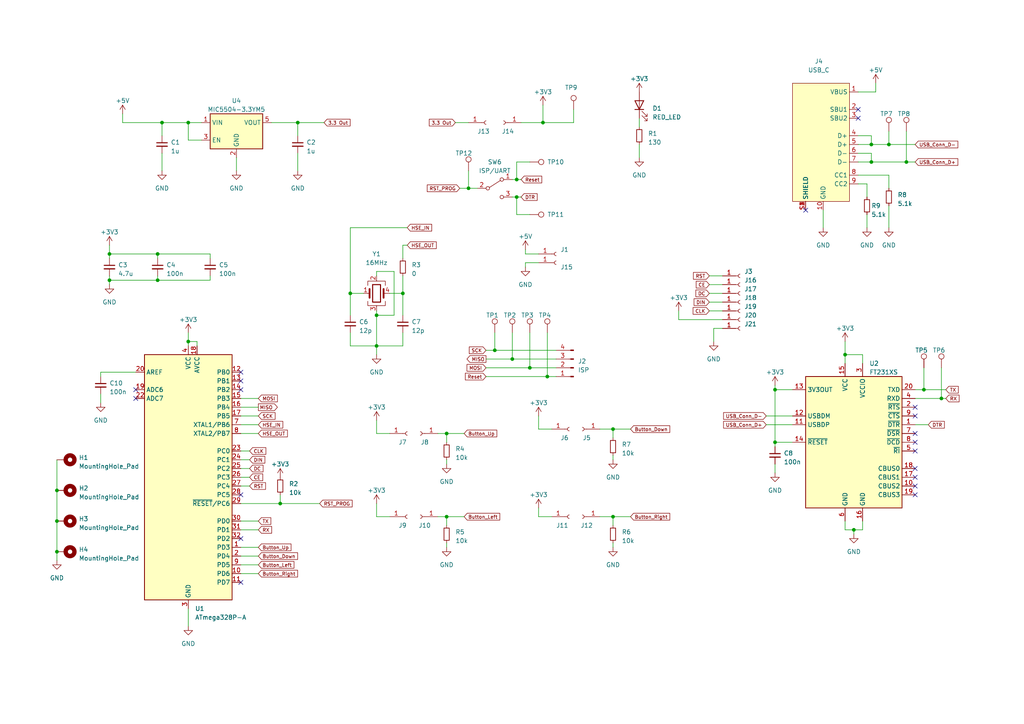
<source format=kicad_sch>
(kicad_sch (version 20230121) (generator eeschema)
  (paper "A4")
  (lib_symbols
    (symbol "Connector:Conn_01x01_Socket" (pin_names (offset 1.016) hide)
      (property "Reference" "J" (at 0 2.54 0))
      (property "Value" "Conn_01x01_Socket" (at 0 -2.54 0))
      (symbol "Conn_01x01_Socket_1_1"
        (pin passive line (at -5.08 0 0) (length 3.81) (name "Pin_1") (number "1"))
      )
    )
    (symbol "Connector:Conn_01x04_Pin" (pin_names (offset 1.016) hide)
      (property "Reference" "J" (at 0 5.08 0))
      (property "Value" "Conn_01x04_Pin" (at 0 -7.62 0))
      (symbol "Conn_01x04_Pin_1_1"
        (pin passive line (at 5.08 2.54 180) (length 3.81) (name "Pin_1") (number "1"))
        (pin passive line (at 5.08 0 180) (length 3.81) (name "Pin_2") (number "2"))
        (pin passive line (at 5.08 -2.54 180) (length 3.81) (name "Pin_3") (number "3"))
        (pin passive line (at 5.08 -5.08 180) (length 3.81) (name "Pin_4") (number "4"))
      )
    )
    (symbol "Connector:TestPoint" (pin_numbers hide) (pin_names (offset 0.762) hide)
      (property "Reference" "TP" (at 0 6.858 0))
      (property "Value" "TestPoint" (at 0 5.08 0))
      (symbol "TestPoint_1_1"
        (pin passive line (at 0 0 90) (length 2.54) (name "1") (number "1"))
      )
    )
    (symbol "Device:C_Small" (pin_numbers hide) (pin_names (offset 0.254) hide)
      (property "Reference" "C" (at 0.254 1.778 0))
      (property "Value" "C_Small" (at 0.254 -2.032 0))
      (symbol "C_Small_1_1"
        (pin passive line (at 0 2.54 270) (length 2.032) (name "~") (number "1"))
        (pin passive line (at 0 -2.54 90) (length 2.032) (name "~") (number "2"))
      )
    )
    (symbol "Device:Crystal_GND23" (pin_names (offset 1.016) hide)
      (property "Reference" "Y" (at 3.175 5.08 0))
      (property "Value" "Crystal_GND23" (at 3.175 3.175 0))
      (symbol "Crystal_GND23_1_1"
        (pin passive line (at -3.81 0 0) (length 1.27) (name "1") (number "1"))
        (pin passive line (at 0 5.08 270) (length 1.27) (name "2") (number "2"))
        (pin passive line (at 0 -5.08 90) (length 1.27) (name "3") (number "3"))
        (pin passive line (at 3.81 0 180) (length 1.27) (name "4") (number "4"))
      )
    )
    (symbol "Device:LED" (pin_numbers hide) (pin_names (offset 1.016) hide)
      (property "Reference" "D" (at 0 2.54 0))
      (property "Value" "LED" (at 0 -2.54 0))
      (symbol "LED_1_1"
        (pin passive line (at -3.81 0 0) (length 2.54) (name "K") (number "1"))
        (pin passive line (at 3.81 0 180) (length 2.54) (name "A") (number "2"))
      )
    )
    (symbol "Device:R_Small" (pin_numbers hide) (pin_names (offset 0.254) hide)
      (property "Reference" "R" (at 0.762 0.508 0))
      (property "Value" "R_Small" (at 0.762 -1.016 0))
      (symbol "R_Small_1_1"
        (pin passive line (at 0 2.54 270) (length 0.762) (name "~") (number "1"))
        (pin passive line (at 0 -2.54 90) (length 0.762) (name "~") (number "2"))
      )
    )
    (symbol "ECU-new-gen-rescue:216990-0003-CactuX_Connectors"
      (property "Reference" "J" (at -10.16 12.7 0))
      (property "Value" "CactuX_Connector_216990-0003" (at 22.86 12.7 0))
      (property "Description" "Molex USB Type C Receptacle" (at 21.59 -26.67 0))
      (property "Mouser" "https://cz.mouser.com/ProductDetail/Molex/216990-0003?qs=DRkmTr78QASn0GILUGAYCA%3D%3D" (at 2.54 24.13 0))
      (symbol "216990-0003-CactuX_Connectors_1_1"
        (pin passive line (at -13.97 7.62 0) (length 2.54) (name "VBUS") (number "1"))
        (pin passive line (at -3.81 -26.67 90) (length 2.54) (name "GND") (number "10"))
        (pin bidirectional line (at -13.97 2.54 0) (length 2.54) (name "SBU1") (number "2"))
        (pin bidirectional line (at -13.97 0 0) (length 2.54) (name "SBU2") (number "3"))
        (pin bidirectional line (at -13.97 -5.08 0) (length 2.54) (name "D+") (number "4"))
        (pin bidirectional line (at -13.97 -7.62 0) (length 2.54) (name "D+") (number "5"))
        (pin bidirectional line (at -13.97 -10.16 0) (length 2.54) (name "D-") (number "6"))
        (pin bidirectional line (at -13.97 -12.7 0) (length 2.54) (name "D-") (number "7"))
        (pin bidirectional line (at -13.97 -16.51 0) (length 2.54) (name "CC1") (number "8"))
        (pin bidirectional line (at -13.97 -19.05 0) (length 2.54) (name "CC2") (number "9"))
        (pin passive line (at 1.27 -26.67 90) (length 2.54) (name "SHIELD") (number "S1"))
        (pin passive line (at 1.27 -26.67 90) (length 2.54) (name "SHIELD") (number "S2"))
        (pin passive line (at 1.27 -26.67 90) (length 2.54) (name "SHIELD") (number "S3"))
        (pin passive line (at 1.27 -26.67 90) (length 2.54) (name "SHIELD") (number "S4"))
      )
    )
    (symbol "Interface_USB:FT231XS"
      (property "Reference" "U" (at -13.97 20.32 0))
      (property "Value" "FT231XS" (at 7.62 20.32 0))
      (symbol "FT231XS_1_1"
        (pin output line (at 17.78 5.08 180) (length 3.81) (name "~{DTR}") (number "1"))
        (pin bidirectional line (at 17.78 -12.7 180) (length 3.81) (name "CBUS2") (number "10"))
        (pin bidirectional line (at -17.78 5.08 0) (length 3.81) (name "USBDP") (number "11"))
        (pin bidirectional line (at -17.78 7.62 0) (length 3.81) (name "USBDM") (number "12"))
        (pin power_out line (at -17.78 15.24 0) (length 3.81) (name "3V3OUT") (number "13"))
        (pin input line (at -17.78 0 0) (length 3.81) (name "~{RESET}") (number "14"))
        (pin power_in line (at -2.54 22.86 270) (length 3.81) (name "VCC") (number "15"))
        (pin power_in line (at 2.54 -22.86 90) (length 3.81) (name "GND") (number "16"))
        (pin bidirectional line (at 17.78 -10.16 180) (length 3.81) (name "CBUS1") (number "17"))
        (pin bidirectional line (at 17.78 -7.62 180) (length 3.81) (name "CBUS0") (number "18"))
        (pin bidirectional line (at 17.78 -15.24 180) (length 3.81) (name "CBUS3") (number "19"))
        (pin output line (at 17.78 10.16 180) (length 3.81) (name "~{RTS}") (number "2"))
        (pin output line (at 17.78 15.24 180) (length 3.81) (name "TXD") (number "20"))
        (pin power_in line (at 2.54 22.86 270) (length 3.81) (name "VCCIO") (number "3"))
        (pin input line (at 17.78 12.7 180) (length 3.81) (name "RXD") (number "4"))
        (pin input line (at 17.78 -2.54 180) (length 3.81) (name "~{RI}") (number "5"))
        (pin power_in line (at -2.54 -22.86 90) (length 3.81) (name "GND") (number "6"))
        (pin input line (at 17.78 2.54 180) (length 3.81) (name "~{DSR}") (number "7"))
        (pin input line (at 17.78 0 180) (length 3.81) (name "~{DCD}") (number "8"))
        (pin input line (at 17.78 7.62 180) (length 3.81) (name "~{CTS}") (number "9"))
      )
    )
    (symbol "MCU_Microchip_ATmega:ATmega328P-A"
      (property "Reference" "U" (at -12.7 36.83 0))
      (property "Value" "ATmega328P-A" (at 2.54 -36.83 0))
      (symbol "ATmega328P-A_1_1"
        (pin bidirectional line (at 15.24 -20.32 180) (length 2.54) (name "PD3") (number "1"))
        (pin bidirectional line (at 15.24 -27.94 180) (length 2.54) (name "PD6") (number "10"))
        (pin bidirectional line (at 15.24 -30.48 180) (length 2.54) (name "PD7") (number "11"))
        (pin bidirectional line (at 15.24 30.48 180) (length 2.54) (name "PB0") (number "12"))
        (pin bidirectional line (at 15.24 27.94 180) (length 2.54) (name "PB1") (number "13"))
        (pin bidirectional line (at 15.24 25.4 180) (length 2.54) (name "PB2") (number "14"))
        (pin bidirectional line (at 15.24 22.86 180) (length 2.54) (name "PB3") (number "15"))
        (pin bidirectional line (at 15.24 20.32 180) (length 2.54) (name "PB4") (number "16"))
        (pin bidirectional line (at 15.24 17.78 180) (length 2.54) (name "PB5") (number "17"))
        (pin power_in line (at 2.54 38.1 270) (length 2.54) (name "AVCC") (number "18"))
        (pin input line (at -15.24 25.4 0) (length 2.54) (name "ADC6") (number "19"))
        (pin bidirectional line (at 15.24 -22.86 180) (length 2.54) (name "PD4") (number "2"))
        (pin passive line (at -15.24 30.48 0) (length 2.54) (name "AREF") (number "20"))
        (pin passive line (at 0 -38.1 90) (length 2.54) hide (name "GND") (number "21"))
        (pin input line (at -15.24 22.86 0) (length 2.54) (name "ADC7") (number "22"))
        (pin bidirectional line (at 15.24 7.62 180) (length 2.54) (name "PC0") (number "23"))
        (pin bidirectional line (at 15.24 5.08 180) (length 2.54) (name "PC1") (number "24"))
        (pin bidirectional line (at 15.24 2.54 180) (length 2.54) (name "PC2") (number "25"))
        (pin bidirectional line (at 15.24 0 180) (length 2.54) (name "PC3") (number "26"))
        (pin bidirectional line (at 15.24 -2.54 180) (length 2.54) (name "PC4") (number "27"))
        (pin bidirectional line (at 15.24 -5.08 180) (length 2.54) (name "PC5") (number "28"))
        (pin bidirectional line (at 15.24 -7.62 180) (length 2.54) (name "~{RESET}/PC6") (number "29"))
        (pin power_in line (at 0 -38.1 90) (length 2.54) (name "GND") (number "3"))
        (pin bidirectional line (at 15.24 -12.7 180) (length 2.54) (name "PD0") (number "30"))
        (pin bidirectional line (at 15.24 -15.24 180) (length 2.54) (name "PD1") (number "31"))
        (pin bidirectional line (at 15.24 -17.78 180) (length 2.54) (name "PD2") (number "32"))
        (pin power_in line (at 0 38.1 270) (length 2.54) (name "VCC") (number "4"))
        (pin passive line (at 0 -38.1 90) (length 2.54) hide (name "GND") (number "5"))
        (pin passive line (at 0 38.1 270) (length 2.54) hide (name "VCC") (number "6"))
        (pin bidirectional line (at 15.24 15.24 180) (length 2.54) (name "XTAL1/PB6") (number "7"))
        (pin bidirectional line (at 15.24 12.7 180) (length 2.54) (name "XTAL2/PB7") (number "8"))
        (pin bidirectional line (at 15.24 -25.4 180) (length 2.54) (name "PD5") (number "9"))
      )
    )
    (symbol "Mechanical:MountingHole_Pad" (pin_numbers hide) (pin_names (offset 1.016) hide)
      (property "Reference" "H" (at 0 6.35 0))
      (property "Value" "MountingHole_Pad" (at 0 4.445 0))
      (symbol "MountingHole_Pad_1_1"
        (pin input line (at 0 -2.54 90) (length 2.54) (name "1") (number "1"))
      )
    )
    (symbol "Regulator_Linear:MIC5504-3.3YM5"
      (property "Reference" "U" (at -7.62 8.89 0))
      (property "Value" "MIC5504-3.3YM5" (at -7.62 6.35 0))
      (symbol "MIC5504-3.3YM5_1_1"
        (pin power_in line (at -10.16 2.54 0) (length 2.54) (name "VIN") (number "1"))
        (pin power_in line (at 0 -7.62 90) (length 2.54) (name "GND") (number "2"))
        (pin input line (at -10.16 -2.54 0) (length 2.54) (name "EN") (number "3"))
        (pin no_connect line (at 7.62 -2.54 180) (length 2.54) hide (name "NC") (number "4"))
        (pin power_out line (at 10.16 2.54 180) (length 2.54) (name "VOUT") (number "5"))
      )
    )
    (symbol "Switch:SW_SPDT" (pin_names (offset 0) hide)
      (property "Reference" "SW" (at 0 4.318 0))
      (property "Value" "SW_SPDT" (at 0 -5.08 0))
      (symbol "SW_SPDT_1_1"
        (pin passive line (at 5.08 2.54 180) (length 2.54) (name "A") (number "1"))
        (pin passive line (at -5.08 0 0) (length 2.54) (name "B") (number "2"))
        (pin passive line (at 5.08 -2.54 180) (length 2.54) (name "C") (number "3"))
      )
    )
    (symbol "power:+3.3V" (power) (pin_names (offset 0))
      (property "Value" "+3.3V" (at 0 3.556 0))
      (symbol "+3.3V_1_1"
        (pin power_in line (at 0 0 90) (length 0) hide (name "+3V3") (number "1"))
      )
    )
    (symbol "power:+5V" (power) (pin_names (offset 0))
      (property "Value" "+5V" (at 0 3.556 0))
      (symbol "+5V_1_1"
        (pin power_in line (at 0 0 90) (length 0) hide (name "+5V") (number "1"))
      )
    )
    (symbol "power:GND" (power) (pin_names (offset 0))
      (property "Value" "GND" (at 0 -3.81 0))
      (symbol "GND_1_1"
        (pin power_in line (at 0 0 270) (length 0) hide (name "GND") (number "1"))
      )
    )
  )
  (junction (at 177.8 149.86))
  (junction (at 31.75 73.66))
  (junction (at 224.79 128.27))
  (junction (at 149.86 57.15))
  (junction (at 86.36 35.56))
  (junction (at 252.73 46.99))
  (junction (at 143.51 101.6))
  (junction (at 224.79 113.03))
  (junction (at 157.48 35.56))
  (junction (at 153.67 106.68))
  (junction (at 16.51 142.24))
  (junction (at 31.75 81.28))
  (junction (at 129.54 125.73))
  (junction (at 135.89 54.61))
  (junction (at 16.51 151.13))
  (junction (at 101.6 85.09))
  (junction (at 177.8 124.46))
  (junction (at 267.97 113.03))
  (junction (at 109.22 100.33))
  (junction (at 54.61 99.06))
  (junction (at 45.72 81.28))
  (junction (at 46.99 35.56))
  (junction (at 149.86 52.07))
  (junction (at 148.59 104.14))
  (junction (at 109.22 91.44))
  (junction (at 247.65 153.67))
  (junction (at 16.51 160.02))
  (junction (at 262.89 46.99))
  (junction (at 273.05 115.57))
  (junction (at 158.75 109.22))
  (junction (at 252.73 41.91))
  (junction (at 116.84 85.09))
  (junction (at 245.11 102.87))
  (junction (at 54.61 35.56))
  (junction (at 81.28 146.05))
  (junction (at 257.81 41.91))
  (junction (at 129.54 149.86))
  (junction (at 45.72 73.66))
  (no_connect (at 69.85 113.03))
  (no_connect (at 69.85 107.95))
  (no_connect (at 69.85 143.51))
  (no_connect (at 265.43 143.51))
  (no_connect (at 265.43 118.11))
  (no_connect (at 265.43 140.97))
  (no_connect (at 69.85 110.49))
  (no_connect (at 265.43 128.27))
  (no_connect (at 265.43 135.89))
  (no_connect (at 233.68 60.96))
  (no_connect (at 265.43 138.43))
  (no_connect (at 265.43 120.65))
  (no_connect (at 265.43 130.81))
  (no_connect (at 248.92 34.29))
  (no_connect (at 69.85 168.91))
  (no_connect (at 39.37 113.03))
  (no_connect (at 265.43 125.73))
  (no_connect (at 69.85 156.21))
  (no_connect (at 39.37 115.57))
  (no_connect (at 248.92 31.75))
  (wire (pts (xy 250.19 153.67) (xy 250.19 151.13)))
  (wire (pts (xy 16.51 160.02) (xy 16.51 162.56)))
  (wire (pts (xy 127 149.86) (xy 129.54 149.86)))
  (wire (pts (xy 78.74 35.56) (xy 86.36 35.56)))
  (wire (pts (xy 69.85 125.73) (xy 74.93 125.73)))
  (wire (pts (xy 248.92 46.99) (xy 252.73 46.99)))
  (wire (pts (xy 158.75 96.52) (xy 158.75 109.22)))
  (wire (pts (xy 109.22 146.05) (xy 109.22 149.86)))
  (wire (pts (xy 257.81 50.8) (xy 257.81 54.61)))
  (wire (pts (xy 129.54 125.73) (xy 134.62 125.73)))
  (wire (pts (xy 132.08 35.56) (xy 135.89 35.56)))
  (wire (pts (xy 129.54 125.73) (xy 129.54 128.27)))
  (wire (pts (xy 69.85 163.83) (xy 74.93 163.83)))
  (wire (pts (xy 205.74 80.01) (xy 209.55 80.01)))
  (wire (pts (xy 157.48 35.56) (xy 166.37 35.56)))
  (wire (pts (xy 69.85 120.65) (xy 74.93 120.65)))
  (wire (pts (xy 149.86 57.15) (xy 151.13 57.15)))
  (wire (pts (xy 252.73 41.91) (xy 257.81 41.91)))
  (wire (pts (xy 173.99 124.46) (xy 177.8 124.46)))
  (wire (pts (xy 152.4 73.66) (xy 156.21 73.66)))
  (wire (pts (xy 251.46 53.34) (xy 251.46 57.15)))
  (wire (pts (xy 54.61 99.06) (xy 57.15 99.06)))
  (wire (pts (xy 109.22 91.44) (xy 109.22 90.17)))
  (wire (pts (xy 148.59 52.07) (xy 149.86 52.07)))
  (wire (pts (xy 129.54 149.86) (xy 129.54 152.4)))
  (wire (pts (xy 177.8 149.86) (xy 177.8 152.4)))
  (wire (pts (xy 153.67 96.52) (xy 153.67 106.68)))
  (wire (pts (xy 177.8 149.86) (xy 182.88 149.86)))
  (wire (pts (xy 148.59 96.52) (xy 148.59 104.14)))
  (wire (pts (xy 16.51 142.24) (xy 16.51 151.13)))
  (wire (pts (xy 265.43 115.57) (xy 273.05 115.57)))
  (wire (pts (xy 133.35 54.61) (xy 135.89 54.61)))
  (wire (pts (xy 31.75 82.55) (xy 31.75 81.28)))
  (wire (pts (xy 224.79 111.76) (xy 224.79 113.03)))
  (wire (pts (xy 86.36 35.56) (xy 93.98 35.56)))
  (wire (pts (xy 129.54 149.86) (xy 134.62 149.86)))
  (wire (pts (xy 29.21 109.22) (xy 29.21 107.95)))
  (wire (pts (xy 273.05 106.68) (xy 273.05 115.57)))
  (wire (pts (xy 177.8 124.46) (xy 177.8 127)))
  (wire (pts (xy 31.75 80.01) (xy 31.75 81.28)))
  (wire (pts (xy 69.85 158.75) (xy 74.93 158.75)))
  (wire (pts (xy 205.74 90.17) (xy 209.55 90.17)))
  (wire (pts (xy 116.84 71.12) (xy 118.11 71.12)))
  (wire (pts (xy 109.22 149.86) (xy 113.03 149.86)))
  (wire (pts (xy 153.67 106.68) (xy 161.29 106.68)))
  (wire (pts (xy 46.99 44.45) (xy 46.99 49.53)))
  (wire (pts (xy 140.97 101.6) (xy 143.51 101.6)))
  (wire (pts (xy 101.6 66.04) (xy 118.11 66.04)))
  (wire (pts (xy 177.8 132.08) (xy 177.8 133.35)))
  (wire (pts (xy 54.61 96.52) (xy 54.61 99.06)))
  (wire (pts (xy 207.01 95.25) (xy 207.01 99.06)))
  (wire (pts (xy 251.46 62.23) (xy 251.46 66.04)))
  (wire (pts (xy 29.21 107.95) (xy 39.37 107.95)))
  (wire (pts (xy 224.79 134.62) (xy 224.79 137.16)))
  (wire (pts (xy 109.22 100.33) (xy 109.22 102.87)))
  (wire (pts (xy 273.05 115.57) (xy 274.32 115.57)))
  (wire (pts (xy 224.79 128.27) (xy 224.79 129.54)))
  (wire (pts (xy 247.65 153.67) (xy 247.65 154.94)))
  (wire (pts (xy 177.8 124.46) (xy 182.88 124.46)))
  (wire (pts (xy 185.42 41.91) (xy 185.42 45.72)))
  (wire (pts (xy 196.85 92.71) (xy 209.55 92.71)))
  (wire (pts (xy 69.85 118.11) (xy 74.93 118.11)))
  (wire (pts (xy 166.37 35.56) (xy 166.37 31.75)))
  (wire (pts (xy 81.28 146.05) (xy 92.71 146.05)))
  (wire (pts (xy 245.11 99.06) (xy 245.11 102.87)))
  (wire (pts (xy 114.3 91.44) (xy 109.22 91.44)))
  (wire (pts (xy 196.85 90.17) (xy 196.85 92.71)))
  (wire (pts (xy 109.22 78.74) (xy 114.3 78.74)))
  (wire (pts (xy 238.76 60.96) (xy 238.76 66.04)))
  (wire (pts (xy 156.21 120.65) (xy 156.21 124.46)))
  (wire (pts (xy 109.22 80.01) (xy 109.22 78.74)))
  (wire (pts (xy 205.74 82.55) (xy 209.55 82.55)))
  (wire (pts (xy 140.97 106.68) (xy 153.67 106.68)))
  (wire (pts (xy 29.21 114.3) (xy 29.21 116.84)))
  (wire (pts (xy 252.73 46.99) (xy 262.89 46.99)))
  (wire (pts (xy 116.84 96.52) (xy 116.84 100.33)))
  (wire (pts (xy 68.58 45.72) (xy 68.58 49.53)))
  (wire (pts (xy 69.85 151.13) (xy 74.93 151.13)))
  (wire (pts (xy 245.11 151.13) (xy 245.11 153.67)))
  (wire (pts (xy 114.3 78.74) (xy 114.3 91.44)))
  (wire (pts (xy 45.72 74.93) (xy 45.72 73.66)))
  (wire (pts (xy 148.59 57.15) (xy 149.86 57.15)))
  (wire (pts (xy 262.89 38.1) (xy 262.89 46.99)))
  (wire (pts (xy 69.85 166.37) (xy 74.93 166.37)))
  (wire (pts (xy 45.72 81.28) (xy 60.96 81.28)))
  (wire (pts (xy 177.8 157.48) (xy 177.8 158.75)))
  (wire (pts (xy 153.67 46.99) (xy 149.86 46.99)))
  (wire (pts (xy 135.89 54.61) (xy 138.43 54.61)))
  (wire (pts (xy 248.92 50.8) (xy 257.81 50.8)))
  (wire (pts (xy 140.97 109.22) (xy 158.75 109.22)))
  (wire (pts (xy 69.85 146.05) (xy 81.28 146.05)))
  (wire (pts (xy 45.72 73.66) (xy 60.96 73.66)))
  (wire (pts (xy 245.11 153.67) (xy 247.65 153.67)))
  (wire (pts (xy 222.25 123.19) (xy 229.87 123.19)))
  (wire (pts (xy 143.51 96.52) (xy 143.51 101.6)))
  (wire (pts (xy 81.28 143.51) (xy 81.28 146.05)))
  (wire (pts (xy 262.89 46.99) (xy 265.43 46.99)))
  (wire (pts (xy 69.85 123.19) (xy 74.93 123.19)))
  (wire (pts (xy 149.86 46.99) (xy 149.86 52.07)))
  (wire (pts (xy 60.96 73.66) (xy 60.96 74.93)))
  (wire (pts (xy 156.21 147.32) (xy 156.21 149.86)))
  (wire (pts (xy 224.79 128.27) (xy 229.87 128.27)))
  (wire (pts (xy 267.97 113.03) (xy 274.32 113.03)))
  (wire (pts (xy 152.4 76.2) (xy 152.4 77.47)))
  (wire (pts (xy 116.84 74.93) (xy 116.84 71.12)))
  (wire (pts (xy 173.99 149.86) (xy 177.8 149.86)))
  (wire (pts (xy 151.13 35.56) (xy 157.48 35.56)))
  (wire (pts (xy 109.22 121.92) (xy 109.22 125.73)))
  (wire (pts (xy 205.74 85.09) (xy 209.55 85.09)))
  (wire (pts (xy 113.03 85.09) (xy 116.84 85.09)))
  (wire (pts (xy 267.97 106.68) (xy 267.97 113.03)))
  (wire (pts (xy 69.85 140.97) (xy 72.39 140.97)))
  (wire (pts (xy 60.96 81.28) (xy 60.96 80.01)))
  (wire (pts (xy 69.85 135.89) (xy 72.39 135.89)))
  (wire (pts (xy 252.73 44.45) (xy 252.73 46.99)))
  (wire (pts (xy 245.11 102.87) (xy 245.11 105.41)))
  (wire (pts (xy 156.21 76.2) (xy 152.4 76.2)))
  (wire (pts (xy 158.75 109.22) (xy 161.29 109.22)))
  (wire (pts (xy 101.6 91.44) (xy 101.6 85.09)))
  (wire (pts (xy 248.92 53.34) (xy 251.46 53.34)))
  (wire (pts (xy 45.72 81.28) (xy 45.72 80.01)))
  (wire (pts (xy 69.85 115.57) (xy 74.93 115.57)))
  (wire (pts (xy 129.54 157.48) (xy 129.54 158.75)))
  (wire (pts (xy 153.67 62.23) (xy 149.86 62.23)))
  (wire (pts (xy 143.51 101.6) (xy 161.29 101.6)))
  (wire (pts (xy 109.22 125.73) (xy 113.03 125.73)))
  (wire (pts (xy 257.81 41.91) (xy 265.43 41.91)))
  (wire (pts (xy 254 24.13) (xy 254 26.67)))
  (wire (pts (xy 46.99 35.56) (xy 54.61 35.56)))
  (wire (pts (xy 109.22 100.33) (xy 101.6 100.33)))
  (wire (pts (xy 46.99 35.56) (xy 46.99 39.37)))
  (wire (pts (xy 35.56 33.02) (xy 35.56 35.56)))
  (wire (pts (xy 247.65 153.67) (xy 250.19 153.67)))
  (wire (pts (xy 185.42 34.29) (xy 185.42 36.83)))
  (wire (pts (xy 57.15 99.06) (xy 57.15 100.33)))
  (wire (pts (xy 86.36 44.45) (xy 86.36 49.53)))
  (wire (pts (xy 109.22 91.44) (xy 109.22 100.33)))
  (wire (pts (xy 69.85 133.35) (xy 72.39 133.35)))
  (wire (pts (xy 252.73 39.37) (xy 252.73 41.91)))
  (wire (pts (xy 116.84 85.09) (xy 116.84 91.44)))
  (wire (pts (xy 69.85 153.67) (xy 74.93 153.67)))
  (wire (pts (xy 222.25 120.65) (xy 229.87 120.65)))
  (wire (pts (xy 224.79 113.03) (xy 224.79 128.27)))
  (wire (pts (xy 54.61 176.53) (xy 54.61 181.61)))
  (wire (pts (xy 265.43 123.19) (xy 269.24 123.19)))
  (wire (pts (xy 156.21 149.86) (xy 160.02 149.86)))
  (wire (pts (xy 16.51 151.13) (xy 16.51 160.02)))
  (wire (pts (xy 149.86 52.07) (xy 151.13 52.07)))
  (wire (pts (xy 248.92 41.91) (xy 252.73 41.91)))
  (wire (pts (xy 135.89 49.53) (xy 135.89 54.61)))
  (wire (pts (xy 69.85 161.29) (xy 74.93 161.29)))
  (wire (pts (xy 31.75 81.28) (xy 45.72 81.28)))
  (wire (pts (xy 54.61 40.64) (xy 54.61 35.56)))
  (wire (pts (xy 35.56 35.56) (xy 46.99 35.56)))
  (wire (pts (xy 156.21 124.46) (xy 160.02 124.46)))
  (wire (pts (xy 16.51 133.35) (xy 16.51 142.24)))
  (wire (pts (xy 101.6 85.09) (xy 105.41 85.09)))
  (wire (pts (xy 248.92 26.67) (xy 254 26.67)))
  (wire (pts (xy 265.43 113.03) (xy 267.97 113.03)))
  (wire (pts (xy 69.85 130.81) (xy 72.39 130.81)))
  (wire (pts (xy 157.48 30.48) (xy 157.48 35.56)))
  (wire (pts (xy 209.55 95.25) (xy 207.01 95.25)))
  (wire (pts (xy 116.84 80.01) (xy 116.84 85.09)))
  (wire (pts (xy 54.61 99.06) (xy 54.61 100.33)))
  (wire (pts (xy 31.75 73.66) (xy 45.72 73.66)))
  (wire (pts (xy 257.81 38.1) (xy 257.81 41.91)))
  (wire (pts (xy 250.19 102.87) (xy 250.19 105.41)))
  (wire (pts (xy 31.75 74.93) (xy 31.75 73.66)))
  (wire (pts (xy 248.92 44.45) (xy 252.73 44.45)))
  (wire (pts (xy 129.54 133.35) (xy 129.54 134.62)))
  (wire (pts (xy 86.36 35.56) (xy 86.36 39.37)))
  (wire (pts (xy 152.4 72.39) (xy 152.4 73.66)))
  (wire (pts (xy 257.81 59.69) (xy 257.81 66.04)))
  (wire (pts (xy 31.75 71.12) (xy 31.75 73.66)))
  (wire (pts (xy 140.97 104.14) (xy 148.59 104.14)))
  (wire (pts (xy 54.61 35.56) (xy 58.42 35.56)))
  (wire (pts (xy 148.59 104.14) (xy 161.29 104.14)))
  (wire (pts (xy 127 125.73) (xy 129.54 125.73)))
  (wire (pts (xy 58.42 40.64) (xy 54.61 40.64)))
  (wire (pts (xy 101.6 85.09) (xy 101.6 66.04)))
  (wire (pts (xy 101.6 100.33) (xy 101.6 96.52)))
  (wire (pts (xy 149.86 62.23) (xy 149.86 57.15)))
  (wire (pts (xy 116.84 100.33) (xy 109.22 100.33)))
  (wire (pts (xy 248.92 39.37) (xy 252.73 39.37)))
  (wire (pts (xy 205.74 87.63) (xy 209.55 87.63)))
  (wire (pts (xy 224.79 113.03) (xy 229.87 113.03)))
  (wire (pts (xy 245.11 102.87) (xy 250.19 102.87)))
  (wire (pts (xy 69.85 138.43) (xy 72.39 138.43)))
  (global_label "USB_Conn_D-" (shape input) (at 265.43 41.91 0) (effects (font (size 1 1))) (property "Intersheetrefs" "${INTERSHEET_REFS}" (effects hide)))
  (global_label "MISO" (shape output) (at 140.97 104.14 180) (effects (font (size 1 1))) (property "Intersheetrefs" "${INTERSHEET_REFS}" (effects hide)))
  (global_label "HSE_OUT" (shape input) (at 118.11 71.12 0) (effects (font (size 1 1))) (property "Intersheetrefs" "${INTERSHEET_REFS}" (effects hide)))
  (global_label "DC" (shape input) (at 205.74 85.09 180) (effects (font (size 1 1))) (property "Intersheetrefs" "${INTERSHEET_REFS}" (effects hide)))
  (global_label "Button_Down" (shape input) (at 74.93 161.29 0) (effects (font (size 1 1))) (property "Intersheetrefs" "${INTERSHEET_REFS}" (effects hide)))
  (global_label "RX" (shape input) (at 74.93 153.67 0) (effects (font (size 1 1))) (property "Intersheetrefs" "${INTERSHEET_REFS}" (effects hide)))
  (global_label "DTR" (shape input) (at 151.13 57.15 0) (effects (font (size 1 1))) (property "Intersheetrefs" "${INTERSHEET_REFS}" (effects hide)))
  (global_label "DIN" (shape input) (at 205.74 87.63 180) (effects (font (size 1 1))) (property "Intersheetrefs" "${INTERSHEET_REFS}" (effects hide)))
  (global_label "MOSI" (shape input) (at 74.93 115.57 0) (effects (font (size 1 1))) (property "Intersheetrefs" "${INTERSHEET_REFS}" (effects hide)))
  (global_label "DC" (shape input) (at 72.39 135.89 0) (effects (font (size 1 1))) (property "Intersheetrefs" "${INTERSHEET_REFS}" (effects hide)))
  (global_label "USB_Conn_D-" (shape input) (at 222.25 120.65 180) (effects (font (size 1 1))) (property "Intersheetrefs" "${INTERSHEET_REFS}" (effects hide)))
  (global_label "CE" (shape input) (at 205.74 82.55 180) (effects (font (size 1 1))) (property "Intersheetrefs" "${INTERSHEET_REFS}" (effects hide)))
  (global_label "HSE_IN" (shape input) (at 118.11 66.04 0) (effects (font (size 1 1))) (property "Intersheetrefs" "${INTERSHEET_REFS}" (effects hide)))
  (global_label "DTR" (shape input) (at 269.24 123.19 0) (effects (font (size 1 1))) (property "Intersheetrefs" "${INTERSHEET_REFS}" (effects hide)))
  (global_label "3.3 Out" (shape input) (at 93.98 35.56 0) (effects (font (size 1 1))) (property "Intersheetrefs" "${INTERSHEET_REFS}" (effects hide)))
  (global_label "MOSI" (shape input) (at 140.97 106.68 180) (effects (font (size 1 1))) (property "Intersheetrefs" "${INTERSHEET_REFS}" (effects hide)))
  (global_label "Button_Left" (shape input) (at 74.93 163.83 0) (effects (font (size 1 1))) (property "Intersheetrefs" "${INTERSHEET_REFS}" (effects hide)))
  (global_label "Button_Down" (shape input) (at 182.88 124.46 0) (effects (font (size 1 1))) (property "Intersheetrefs" "${INTERSHEET_REFS}" (effects hide)))
  (global_label "Button_Left" (shape input) (at 134.62 149.86 0) (effects (font (size 1 1))) (property "Intersheetrefs" "${INTERSHEET_REFS}" (effects hide)))
  (global_label "RST" (shape input) (at 72.39 140.97 0) (effects (font (size 1 1))) (property "Intersheetrefs" "${INTERSHEET_REFS}" (effects hide)))
  (global_label "CE" (shape input) (at 72.39 138.43 0) (effects (font (size 1 1))) (property "Intersheetrefs" "${INTERSHEET_REFS}" (effects hide)))
  (global_label "RST" (shape input) (at 205.74 80.01 180) (effects (font (size 1 1))) (property "Intersheetrefs" "${INTERSHEET_REFS}" (effects hide)))
  (global_label "Reset" (shape input) (at 140.97 109.22 180) (effects (font (size 1 1))) (property "Intersheetrefs" "${INTERSHEET_REFS}" (effects hide)))
  (global_label "Button_Right" (shape input) (at 182.88 149.86 0) (effects (font (size 1 1))) (property "Intersheetrefs" "${INTERSHEET_REFS}" (effects hide)))
  (global_label "3.3 Out" (shape input) (at 132.08 35.56 180) (effects (font (size 1 1))) (property "Intersheetrefs" "${INTERSHEET_REFS}" (effects hide)))
  (global_label "SCK" (shape input) (at 74.93 120.65 0) (effects (font (size 1 1))) (property "Intersheetrefs" "${INTERSHEET_REFS}" (effects hide)))
  (global_label "USB_Conn_D+" (shape input) (at 222.25 123.19 180) (effects (font (size 1 1))) (property "Intersheetrefs" "${INTERSHEET_REFS}" (effects hide)))
  (global_label "RX" (shape input) (at 274.32 115.57 0) (effects (font (size 1 1))) (property "Intersheetrefs" "${INTERSHEET_REFS}" (effects hide)))
  (global_label "TX" (shape input) (at 274.32 113.03 0) (effects (font (size 1 1))) (property "Intersheetrefs" "${INTERSHEET_REFS}" (effects hide)))
  (global_label "Button_Up" (shape input) (at 134.62 125.73 0) (effects (font (size 1 1))) (property "Intersheetrefs" "${INTERSHEET_REFS}" (effects hide)))
  (global_label "CLK" (shape input) (at 205.74 90.17 180) (effects (font (size 1 1))) (property "Intersheetrefs" "${INTERSHEET_REFS}" (effects hide)))
  (global_label "HSE_IN" (shape input) (at 74.93 123.19 0) (effects (font (size 1 1))) (property "Intersheetrefs" "${INTERSHEET_REFS}" (effects hide)))
  (global_label "USB_Conn_D+" (shape input) (at 265.43 46.99 0) (effects (font (size 1 1))) (property "Intersheetrefs" "${INTERSHEET_REFS}" (effects hide)))
  (global_label "Reset" (shape input) (at 151.13 52.07 0) (effects (font (size 1 1))) (property "Intersheetrefs" "${INTERSHEET_REFS}" (effects hide)))
  (global_label "DIN" (shape input) (at 72.39 133.35 0) (effects (font (size 1 1))) (property "Intersheetrefs" "${INTERSHEET_REFS}" (effects hide)))
  (global_label "RST_PROG" (shape input) (at 92.71 146.05 0) (effects (font (size 1 1))) (property "Intersheetrefs" "${INTERSHEET_REFS}" (effects hide)))
  (global_label "HSE_OUT" (shape input) (at 74.93 125.73 0) (effects (font (size 1 1))) (property "Intersheetrefs" "${INTERSHEET_REFS}" (effects hide)))
  (global_label "Button_Up" (shape input) (at 74.93 158.75 0) (effects (font (size 1 1))) (property "Intersheetrefs" "${INTERSHEET_REFS}" (effects hide)))
  (global_label "SCK" (shape input) (at 140.97 101.6 180) (effects (font (size 1 1))) (property "Intersheetrefs" "${INTERSHEET_REFS}" (effects hide)))
  (global_label "TX" (shape input) (at 74.93 151.13 0) (effects (font (size 1 1))) (property "Intersheetrefs" "${INTERSHEET_REFS}" (effects hide)))
  (global_label "MISO" (shape output) (at 74.93 118.11 0) (effects (font (size 1 1))) (property "Intersheetrefs" "${INTERSHEET_REFS}" (effects hide)))
  (global_label "RST_PROG" (shape input) (at 133.35 54.61 180) (effects (font (size 1 1))) (property "Intersheetrefs" "${INTERSHEET_REFS}" (effects hide)))
  (global_label "Button_Right" (shape input) (at 74.93 166.37 0) (effects (font (size 1 1))) (property "Intersheetrefs" "${INTERSHEET_REFS}" (effects hide)))
  (global_label "CLK" (shape input) (at 72.39 130.81 0) (effects (font (size 1 1))) (property "Intersheetrefs" "${INTERSHEET_REFS}" (effects hide)))
  (symbol (lib_id "power:GND") (at 54.61 181.61 0) (unit 1)
    (property "Reference" "#PWR011" (effects hide))
    (property "Value" "GND" (at 54.61 186.69 0))
  )
  (symbol (lib_id "Connector:Conn_01x01_Socket") (at 214.63 87.63 0) (unit 1)
    (property "Reference" "J18" (at 215.9 86.36 0) (effects (justify left)))
    (property "Value" "DIN" (effects hide))
    (property "Footprint" "TestPoint:TestPoint_Pad_D2.0mm" (effects hide))
  )
  (symbol (lib_id "Regulator_Linear:MIC5504-3.3YM5") (at 68.58 38.1 0) (unit 1)
    (property "Reference" "U4" (at 68.58 29.21 0))
    (property "Value" "MIC5504-3.3YM5" (at 68.58 31.75 0))
    (property "Footprint" "Package_TO_SOT_SMD:SOT-23-5" (effects hide))
    (property "Datasheet" "http://ww1.microchip.com/downloads/en/DeviceDoc/MIC550X.pdf" (effects hide))
    (property "Mouser" "https://cz.mouser.com/ProductDetail/Microchip-Technology/MIC5504-3.3YM5-TR?qs=U6T8BxXiZAUmVQ5Zs217qQ%3D%3D" (effects hide))
  )
  (symbol (lib_id "power:GND") (at 257.81 66.04 0) (unit 1)
    (property "Reference" "#PWR032" (effects hide))
    (property "Value" "GND" (at 257.81 71.12 0))
  )
  (symbol (lib_id "Connector:Conn_01x01_Socket") (at 121.92 149.86 180) (unit 1)
    (property "Reference" "J10" (at 123.19 152.4 0))
    (property "Value" "L" (effects hide))
    (property "Footprint" "TestPoint:TestPoint_Pad_D2.0mm" (effects hide))
  )
  (symbol (lib_id "power:+3.3V") (at 109.22 121.92 0) (unit 1)
    (property "Reference" "#PWR017" (effects hide))
    (property "Value" "+3.3V" (at 109.22 118.11 0))
  )
  (symbol (lib_id "Device:C_Small") (at 101.6 93.98 0) (unit 1)
    (property "Reference" "C6" (at 104.14 93.3513 0) (effects (justify left)))
    (property "Value" "12p" (at 104.14 95.8913 0) (effects (justify left)))
    (property "Footprint" "Passives:C_0603_1608Metric" (effects hide))
    (property "Mouser" "https://cz.mouser.com/ProductDetail/KEMET/CBR06C120J5GACAUTO?qs=By6Nw2ByBD3%2FGDhEyd0ibQ%3D%3D" (effects hide))
  )
  (symbol (lib_id "Connector:Conn_01x01_Socket") (at 165.1 149.86 0) (unit 1)
    (property "Reference" "J11" (at 161.29 152.4 0) (effects (justify left)))
    (property "Value" "3V3" (effects hide))
    (property "Footprint" "TestPoint:TestPoint_Pad_D2.0mm" (effects hide))
  )
  (symbol (lib_id "Device:C_Small") (at 224.79 132.08 0) (unit 1)
    (property "Reference" "C8" (at 227.33 131.4513 0) (effects (justify left)))
    (property "Value" "100n" (at 227.33 133.9913 0) (effects (justify left)))
    (property "Footprint" "Passives:C_0603_1608Metric" (effects hide))
    (property "Mouser" "https://cz.mouser.com/ProductDetail/KEMET/C0603C104K5RAC3121?qs=oBCMsStVSxe1EkGyoyETtg%3D%3D" (effects hide))
  )
  (symbol (lib_id "Device:C_Small") (at 31.75 77.47 0) (unit 1)
    (property "Reference" "C3" (at 34.29 76.8413 0) (effects (justify left)))
    (property "Value" "4.7u" (at 34.29 79.3813 0) (effects (justify left)))
    (property "Footprint" "Passives:C_0603_1608Metric" (effects hide))
    (property "Mouser" "https://cz.mouser.com/ProductDetail/TDK/C1608X7S1A475K080AC?qs=sGAEpiMZZMsh%252B1woXyUXjxCfljjoHuZvXVuOIZN6H%252B0%3D" (effects hide))
  )
  (symbol (lib_id "power:+5V") (at 35.56 33.02 0) (unit 1)
    (property "Reference" "#PWR01" (effects hide))
    (property "Value" "+5V" (at 35.56 29.21 0))
  )
  (symbol (lib_id "power:+3.3V") (at 245.11 99.06 0) (unit 1)
    (property "Reference" "#PWR027" (effects hide))
    (property "Value" "+3.3V" (at 245.11 95.25 0))
  )
  (symbol (lib_id "power:GND") (at 46.99 49.53 0) (unit 1)
    (property "Reference" "#PWR03" (effects hide))
    (property "Value" "GND" (at 46.99 54.61 0))
  )
  (symbol (lib_id "Connector:TestPoint") (at 257.81 38.1 0) (unit 1)
    (property "Reference" "TP7" (at 255.27 33.02 0) (effects (justify left)))
    (property "Value" "TestPoint" (effects hide))
    (property "Footprint" "TestPoints:TestPoint_Pad_D2.0mm" (effects hide))
  )
  (symbol (lib_id "Device:R_Small") (at 177.8 129.54 0) (unit 1)
    (property "Reference" "R7" (at 180.34 128.905 0) (effects (justify left)))
    (property "Value" "10k" (at 180.34 131.445 0) (effects (justify left)))
    (property "Footprint" "Passives:R_0603_1608Metric" (effects hide))
    (property "Mouser" "https://cz.mouser.com/ProductDetail/Panasonic/ERJ-H3EF1202V?qs=sGAEpiMZZMtlubZbdhIBIGXWvNSLmQjewG78hCCsRtw%3D" (effects hide))
  )
  (symbol (lib_id "Device:R_Small") (at 251.46 59.69 0) (unit 1)
    (property "Reference" "R9" (at 252.73 59.69 0) (effects (justify left)))
    (property "Value" "5.1k" (at 252.73 62.23 0) (effects (justify left)))
    (property "Footprint" "Passives:R_0603_1608Metric" (effects hide))
    (property "Mouser" "https://cz.mouser.com/ProductDetail/Panasonic/ERJ-UP3J512V?qs=sGAEpiMZZMtlubZbdhIBINZyO39%252BOXIfV3FRTeBOQ5s%3D" (effects hide))
  )
  (symbol (lib_id "power:+3.3V") (at 185.42 26.67 0) (unit 1)
    (property "Reference" "#PWR06" (effects hide))
    (property "Value" "+3.3V" (at 185.42 22.86 0))
  )
  (symbol (lib_id "Device:R_Small") (at 129.54 154.94 0) (unit 1)
    (property "Reference" "R5" (at 132.08 154.305 0) (effects (justify left)))
    (property "Value" "10k" (at 132.08 156.845 0) (effects (justify left)))
    (property "Footprint" "Passives:R_0603_1608Metric" (effects hide))
    (property "Mouser" "https://cz.mouser.com/ProductDetail/Panasonic/ERJ-H3EF1202V?qs=sGAEpiMZZMtlubZbdhIBIGXWvNSLmQjewG78hCCsRtw%3D" (effects hide))
  )
  (symbol (lib_id "Device:C_Small") (at 60.96 77.47 0) (unit 1)
    (property "Reference" "C5" (at 63.5 76.8413 0) (effects (justify left)))
    (property "Value" "100n" (at 63.5 79.3813 0) (effects (justify left)))
    (property "Footprint" "Passives:C_0603_1608Metric" (effects hide))
    (property "Mouser" "https://cz.mouser.com/ProductDetail/KEMET/C0603C104K5RAC3121?qs=oBCMsStVSxe1EkGyoyETtg%3D%3D" (effects hide))
  )
  (symbol (lib_id "Connector:Conn_01x01_Socket") (at 118.11 125.73 0) (unit 1)
    (property "Reference" "J7" (at 115.57 128.27 0) (effects (justify left)))
    (property "Value" "3V3" (effects hide))
    (property "Footprint" "TestPoint:TestPoint_Pad_D2.0mm" (effects hide))
  )
  (symbol (lib_id "power:GND") (at 16.51 162.56 0) (unit 1)
    (property "Reference" "#PWR030" (effects hide))
    (property "Value" "GND" (at 16.51 167.64 0))
  )
  (symbol (lib_id "Device:C_Small") (at 86.36 41.91 0) (unit 1)
    (property "Reference" "C2" (at 88.9 41.2813 0) (effects (justify left)))
    (property "Value" "1u" (at 88.9 43.8213 0) (effects (justify left)))
    (property "Footprint" "Passives:C_0603_1608Metric" (effects hide))
    (property "Mouser" "https://cz.mouser.com/ProductDetail/TDK/CGA3E1X7R1C105K080AC?qs=sGAEpiMZZMsh%252B1woXyUXj37KuThiJmV59T1luU59XfI%3D" (effects hide))
  )
  (symbol (lib_id "power:GND") (at 185.42 45.72 0) (unit 1)
    (property "Reference" "#PWR07" (effects hide))
    (property "Value" "GND" (at 185.42 50.8 0))
  )
  (symbol (lib_id "Device:R_Small") (at 185.42 39.37 0) (unit 1)
    (property "Reference" "R1" (at 187.96 38.735 0) (effects (justify left)))
    (property "Value" "130" (at 187.96 41.275 0) (effects (justify left)))
    (property "Footprint" "Passives:R_0603_1608Metric" (effects hide))
    (property "Mouser" "https://cz.mouser.com/ProductDetail/ROHM-Semiconductor/SDR03EZPD1300?qs=sGAEpiMZZMtlubZbdhIBIK8AeiPKd8jIjLaAH6lMPh4%3D" (effects hide))
  )
  (symbol (lib_id "Connector:TestPoint") (at 273.05 106.68 0) (unit 1)
    (property "Reference" "TP6" (at 270.51 101.6 0) (effects (justify left)))
    (property "Value" "TestPoint" (effects hide))
    (property "Footprint" "TestPoints:TestPoint_Pad_D2.0mm" (effects hide))
  )
  (symbol (lib_id "Device:C_Small") (at 116.84 93.98 0) (unit 1)
    (property "Reference" "C7" (at 119.38 93.3513 0) (effects (justify left)))
    (property "Value" "12p" (at 119.38 95.8913 0) (effects (justify left)))
    (property "Footprint" "Passives:C_0603_1608Metric" (effects hide))
    (property "Mouser" "https://cz.mouser.com/ProductDetail/KEMET/CBR06C120J5GACAUTO?qs=By6Nw2ByBD3%2FGDhEyd0ibQ%3D%3D" (effects hide))
  )
  (symbol (lib_id "Connector:Conn_01x01_Socket") (at 140.97 35.56 0) (unit 1)
    (property "Reference" "J13" (at 138.43 38.1 0) (effects (justify left)))
    (property "Value" "3V3_O" (effects hide))
    (property "Footprint" "TestPoint:TestPoint_Pad_D2.0mm" (effects hide))
  )
  (symbol (lib_id "power:+3.3V") (at 156.21 147.32 0) (unit 1)
    (property "Reference" "#PWR020" (effects hide))
    (property "Value" "+3.3V" (at 156.21 143.51 0))
  )
  (symbol (lib_id "Connector:Conn_01x01_Socket") (at 168.91 124.46 180) (unit 1)
    (property "Reference" "J5" (at 170.18 127 0))
    (property "Value" "D" (effects hide))
    (property "Footprint" "TestPoint:TestPoint_Pad_D2.0mm" (effects hide))
  )
  (symbol (lib_id "Connector:TestPoint") (at 135.89 49.53 0) (unit 1)
    (property "Reference" "TP12" (at 132.08 44.45 0) (effects (justify left)))
    (property "Value" "TestPoint" (effects hide))
    (property "Footprint" "TestPoints:TestPoint_Pad_D2.0mm" (effects hide))
  )
  (symbol (lib_id "Device:R_Small") (at 81.28 140.97 0) (unit 1)
    (property "Reference" "R2" (at 83.82 140.335 0) (effects (justify left)))
    (property "Value" "10k" (at 83.82 142.875 0) (effects (justify left)))
    (property "Footprint" "Passives:R_0603_1608Metric" (effects hide))
    (property "Mouser" "https://cz.mouser.com/ProductDetail/Panasonic/ERJ-H3EF1202V?qs=sGAEpiMZZMtlubZbdhIBIGXWvNSLmQjewG78hCCsRtw%3D" (effects hide))
  )
  (symbol (lib_id "Connector:Conn_01x01_Socket") (at 214.63 90.17 0) (unit 1)
    (property "Reference" "J19" (at 215.9 88.9 0) (effects (justify left)))
    (property "Value" "CLK" (effects hide))
    (property "Footprint" "TestPoint:TestPoint_Pad_D2.0mm" (effects hide))
  )
  (symbol (lib_id "power:GND") (at 129.54 134.62 0) (unit 1)
    (property "Reference" "#PWR021" (effects hide))
    (property "Value" "GND" (at 129.54 139.7 0))
  )
  (symbol (lib_id "Connector:Conn_01x01_Socket") (at 146.05 35.56 180) (unit 1)
    (property "Reference" "J14" (at 147.32 38.1 0))
    (property "Value" "3V3" (effects hide))
    (property "Footprint" "TestPoint:TestPoint_Pad_D2.0mm" (effects hide))
  )
  (symbol (lib_id "Device:R_Small") (at 116.84 77.47 0) (unit 1)
    (property "Reference" "R3" (at 119.38 76.835 0) (effects (justify left)))
    (property "Value" "0" (at 119.38 79.375 0) (effects (justify left)))
    (property "Footprint" "Passives:R_0603_1608Metric" (effects hide))
    (property "Mouser" "https://cz.mouser.com/ProductDetail/Panasonic/ERJ-3GEY0R00V?qs=sGAEpiMZZMtlubZbdhIBINgtzHusu9q%252BP7kcANZAd7E%3D" (effects hide))
  )
  (symbol (lib_id "Mechanical:MountingHole_Pad") (at 19.05 142.24 270) (unit 1)
    (property "Reference" "H2" (at 22.8818 141.605 90) (effects (justify left)))
    (property "Value" "MountingHole_Pad" (at 22.8818 144.145 90) (effects (justify left)))
    (property "Footprint" "MountingHole:MountingHole_3.2mm_M3_Pad" (effects hide))
  )
  (symbol (lib_id "Connector:TestPoint") (at 143.51 96.52 0) (unit 1)
    (property "Reference" "TP1" (at 140.97 91.44 0) (effects (justify left)))
    (property "Value" "TestPoint" (effects hide))
    (property "Footprint" "TestPoints:TestPoint_Pad_D2.0mm" (effects hide))
  )
  (symbol (lib_id "Mechanical:MountingHole_Pad") (at 19.05 160.02 270) (unit 1)
    (property "Reference" "H4" (at 22.86 159.385 90) (effects (justify left)))
    (property "Value" "MountingHole_Pad" (at 22.86 161.925 90) (effects (justify left)))
    (property "Footprint" "MountingHole:MountingHole_3.2mm_M3_Pad" (effects hide))
  )
  (symbol (lib_id "power:GND") (at 247.65 154.94 0) (unit 1)
    (property "Reference" "#PWR028" (effects hide))
    (property "Value" "GND" (at 247.65 160.02 0))
  )
  (symbol (lib_id "Connector:TestPoint") (at 153.67 62.23 270) (unit 1)
    (property "Reference" "TP11" (at 158.75 62.23 90) (effects (justify left)))
    (property "Value" "TestPoint" (effects hide))
    (property "Footprint" "TestPoints:TestPoint_Pad_D2.0mm" (effects hide))
  )
  (symbol (lib_id "power:+3.3V") (at 224.79 111.76 0) (unit 1)
    (property "Reference" "#PWR026" (effects hide))
    (property "Value" "+3.3V" (at 224.79 107.95 0))
  )
  (symbol (lib_id "Device:R_Small") (at 257.81 57.15 0) (unit 1)
    (property "Reference" "R8" (at 260.35 56.515 0) (effects (justify left)))
    (property "Value" "5.1k" (at 260.35 59.055 0) (effects (justify left)))
    (property "Footprint" "Passives:R_0603_1608Metric" (effects hide))
    (property "Mouser" "https://cz.mouser.com/ProductDetail/Panasonic/ERJ-UP3J512V?qs=sGAEpiMZZMtlubZbdhIBINZyO39%252BOXIfV3FRTeBOQ5s%3D" (effects hide))
  )
  (symbol (lib_id "Device:R_Small") (at 177.8 154.94 0) (unit 1)
    (property "Reference" "R6" (at 180.34 154.305 0) (effects (justify left)))
    (property "Value" "10k" (at 180.34 156.845 0) (effects (justify left)))
    (property "Footprint" "Passives:R_0603_1608Metric" (effects hide))
    (property "Mouser" "https://cz.mouser.com/ProductDetail/Panasonic/ERJ-H3EF1202V?qs=sGAEpiMZZMtlubZbdhIBIGXWvNSLmQjewG78hCCsRtw%3D" (effects hide))
  )
  (symbol (lib_id "Mechanical:MountingHole_Pad") (at 19.05 133.35 270) (unit 1)
    (property "Reference" "H1" (at 22.86 132.715 90) (effects (justify left)))
    (property "Value" "MountingHole_Pad" (at 22.86 135.255 90) (effects (justify left)))
    (property "Footprint" "MountingHole:MountingHole_3.2mm_M3_Pad" (effects hide))
  )
  (symbol (lib_id "power:GND") (at 31.75 82.55 0) (unit 1)
    (property "Reference" "#PWR09" (effects hide))
    (property "Value" "GND" (at 31.75 87.63 0))
  )
  (symbol (lib_id "Connector:TestPoint") (at 148.59 96.52 0) (unit 1)
    (property "Reference" "TP2" (at 146.05 91.44 0) (effects (justify left)))
    (property "Value" "TestPoint" (effects hide))
    (property "Footprint" "TestPoints:TestPoint_Pad_D2.0mm" (effects hide))
  )
  (symbol (lib_id "Device:LED") (at 185.42 30.48 90) (unit 1)
    (property "Reference" "D1" (at 189.23 31.4325 90) (effects (justify right)))
    (property "Value" "RED_LED" (at 189.23 33.9725 90) (effects (justify right)))
    (property "Footprint" "LED_THT:LED_D5.0mm_Horizontal_O1.27mm_Z3.0mm" (effects hide))
    (property "Dratek" "https://dratek.cz/arduino/1031-led-dioda-cervena-5mm.html?gclid=CjwKCAjwkLCkBhA9EiwAka9QRtyRqms5FSU0LI9jcASYiA2TviKaAtcmjTZYlU0FL7NcA7KNxt77lxoCRg8QAvD_BwE" (effects hide))
  )
  (symbol (lib_id "power:+3.3V") (at 31.75 71.12 0) (unit 1)
    (property "Reference" "#PWR08" (effects hide))
    (property "Value" "+3.3V" (at 31.75 67.31 0))
  )
  (symbol (lib_id "power:GND") (at 177.8 158.75 0) (unit 1)
    (property "Reference" "#PWR023" (effects hide))
    (property "Value" "GND" (at 177.8 163.83 0))
  )
  (symbol (lib_id "Connector:Conn_01x01_Socket") (at 214.63 82.55 0) (unit 1)
    (property "Reference" "J16" (at 215.9 81.28 0) (effects (justify left)))
    (property "Value" "CE" (effects hide))
    (property "Footprint" "TestPoint:TestPoint_Pad_D2.0mm" (effects hide))
  )
  (symbol (lib_id "Connector:Conn_01x01_Socket") (at 168.91 149.86 180) (unit 1)
    (property "Reference" "J12" (at 170.18 152.4 0))
    (property "Value" "R" (effects hide))
    (property "Footprint" "TestPoint:TestPoint_Pad_D2.0mm" (effects hide))
  )
  (symbol (lib_id "Device:Crystal_GND23") (at 109.22 85.09 0) (unit 1)
    (property "Reference" "Y1" (at 109.22 73.66 0))
    (property "Value" "16MHz" (at 109.22 76.2 0))
    (property "Footprint" "Crystal:Crystal_SMD_3225-4Pin_3.2x2.5mm" (effects hide))
    (property "Mouser" "https://cz.mouser.com/ProductDetail/Fox-Abracon/FO3HSCAE16.0-T1?qs=MLItCLRbWsxjg7AiaLkwBw%3D%3D" (effects hide))
  )
  (symbol (lib_id "ECU-new-gen-rescue:216990-0003-CactuX_Connectors") (at 234.95 34.29 0) (mirror y) (unit 1)
    (property "Reference" "J4" (at 237.49 17.78 0))
    (property "Value" "USB_C" (at 237.49 20.32 0))
    (property "Footprint" "Connectors:USB480003A" (effects hide))
    (property "Description" "USB Type C Receptacle" (effects hide))
    (property "Mouser" "https://cz.mouser.com/ProductDetail/GCT/USB4800-03-A?qs=vvQtp7zwQdMkfG8vViEZoQ%3D%3D&_gl=1*t2odrx*_ga*MTIzNTg3MzgwNi4xNjkxNTIzODIz*_ga_15W4STQT4T*MTY5MTUyMzgyMi4xLjAuMTY5MTUyMzgyMi4wLjAuMA..*_ga_1KQLCYKRX3*MTY5MTUyMzgyMi4xLjAuMTY5MTUyMzgyMi42MC4wLjA." (effects hide))
  )
  (symbol (lib_id "power:GND") (at 238.76 66.04 0) (unit 1)
    (property "Reference" "#PWR012" (effects hide))
    (property "Value" "GND" (at 238.76 71.12 0))
  )
  (symbol (lib_id "Device:C_Small") (at 29.21 111.76 0) (unit 1)
    (property "Reference" "C10" (at 31.75 111.1313 0) (effects (justify left)))
    (property "Value" "100n" (at 31.75 113.6713 0) (effects (justify left)))
    (property "Footprint" "Passives:C_0603_1608Metric" (effects hide))
    (property "Mouser" "https://cz.mouser.com/ProductDetail/KEMET/C0603C104K5RAC3121?qs=oBCMsStVSxe1EkGyoyETtg%3D%3D" (effects hide))
  )
  (symbol (lib_id "power:+3.3V") (at 157.48 30.48 0) (unit 1)
    (property "Reference" "#PWR05" (effects hide))
    (property "Value" "+3.3V" (at 157.48 26.67 0))
  )
  (symbol (lib_id "Device:C_Small") (at 45.72 77.47 0) (unit 1)
    (property "Reference" "C4" (at 48.26 76.8413 0) (effects (justify left)))
    (property "Value" "100n" (at 48.26 79.3813 0) (effects (justify left)))
    (property "Footprint" "Passives:C_0603_1608Metric" (effects hide))
    (property "Mouser" "https://cz.mouser.com/ProductDetail/KEMET/C0603C104K5RAC3121?qs=oBCMsStVSxe1EkGyoyETtg%3D%3D" (effects hide))
  )
  (symbol (lib_id "Connector:Conn_01x01_Socket") (at 165.1 124.46 0) (unit 1)
    (property "Reference" "J6" (at 162.56 127 0) (effects (justify left)))
    (property "Value" "3V3" (effects hide))
    (property "Footprint" "TestPoint:TestPoint_Pad_D2.0mm" (effects hide))
  )
  (symbol (lib_id "power:GND") (at 129.54 158.75 0) (unit 1)
    (property "Reference" "#PWR024" (effects hide))
    (property "Value" "GND" (at 129.54 163.83 0))
  )
  (symbol (lib_id "Connector:Conn_01x01_Socket") (at 214.63 92.71 0) (unit 1)
    (property "Reference" "J20" (at 215.9 91.44 0) (effects (justify left)))
    (property "Value" "3V3" (effects hide))
    (property "Footprint" "TestPoint:TestPoint_Pad_D2.0mm" (effects hide))
  )
  (symbol (lib_id "Switch:SW_SPDT") (at 143.51 54.61 0) (unit 1)
    (property "Reference" "SW6" (at 143.51 46.99 0))
    (property "Value" "ISP/UART" (at 143.51 49.53 0))
    (property "Footprint" "Connectors:SPDT_switch" (effects hide))
    (property "Mouser" "https://cz.mouser.com/ProductDetail/Nidec-Components/CAS-120A1?qs=sGAEpiMZZMtFyPk3yBMYYJQMYdIqGZzQh7CfuA%252BnEpc%3D" (effects hide))
  )
  (symbol (lib_id "Connector:TestPoint") (at 166.37 31.75 0) (unit 1)
    (property "Reference" "TP9" (at 163.83 25.4 0) (effects (justify left)))
    (property "Value" "TestPoint" (effects hide))
    (property "Footprint" "TestPoints:TestPoint_Pad_D2.0mm" (effects hide))
  )
  (symbol (lib_id "Connector:Conn_01x01_Socket") (at 214.63 80.01 0) (unit 1)
    (property "Reference" "J3" (at 215.9 78.74 0) (effects (justify left)))
    (property "Value" "RST" (effects hide))
    (property "Footprint" "TestPoint:TestPoint_Pad_D2.0mm" (effects hide))
  )
  (symbol (lib_id "Connector:TestPoint") (at 267.97 106.68 0) (unit 1)
    (property "Reference" "TP5" (at 265.43 101.6 0) (effects (justify left)))
    (property "Value" "TestPoint" (effects hide))
    (property "Footprint" "TestPoints:TestPoint_Pad_D2.0mm" (effects hide))
  )
  (symbol (lib_id "Interface_USB:FT231XS") (at 247.65 128.27 0) (unit 1)
    (property "Reference" "U2" (at 252.1459 105.41 0) (effects (justify left)))
    (property "Value" "FT231XS" (at 252.1459 107.95 0) (effects (justify left)))
    (property "Footprint" "Package_SO:SSOP-20_3.9x8.7mm_P0.635mm" (effects hide))
    (property "Datasheet" "https://www.ftdichip.com/Support/Documents/DataSheets/ICs/DS_FT231X.pdf" (effects hide))
    (property "Mouser" "https://cz.mouser.com/ProductDetail/FTDI/FT231XS-U?qs=Gp1Yz1mis3WFP7tMtj2Z9g%3D%3D" (effects hide))
  )
  (symbol (lib_id "power:GND") (at 86.36 49.53 0) (unit 1)
    (property "Reference" "#PWR04" (effects hide))
    (property "Value" "GND" (at 86.36 54.61 0))
  )
  (symbol (lib_id "Connector:TestPoint") (at 153.67 46.99 270) (unit 1)
    (property "Reference" "TP10" (at 158.75 46.99 90) (effects (justify left)))
    (property "Value" "TestPoint" (effects hide))
    (property "Footprint" "TestPoints:TestPoint_Pad_D2.0mm" (effects hide))
  )
  (symbol (lib_id "power:+3.3V") (at 109.22 146.05 0) (unit 1)
    (property "Reference" "#PWR019" (effects hide))
    (property "Value" "+3.3V" (at 109.22 142.24 0))
  )
  (symbol (lib_id "power:GND") (at 251.46 66.04 0) (unit 1)
    (property "Reference" "#PWR031" (effects hide))
    (property "Value" "GND" (at 251.46 71.12 0))
  )
  (symbol (lib_id "power:GND") (at 152.4 77.47 0) (unit 1)
    (property "Reference" "#PWR013" (effects hide))
    (property "Value" "GND" (at 152.4 82.55 0))
  )
  (symbol (lib_id "Mechanical:MountingHole_Pad") (at 19.05 151.13 270) (unit 1)
    (property "Reference" "H3" (at 22.86 150.495 90) (effects (justify left)))
    (property "Value" "MountingHole_Pad" (at 22.86 153.035 90) (effects (justify left)))
    (property "Footprint" "MountingHole:MountingHole_3.2mm_M3_Pad" (effects hide))
  )
  (symbol (lib_id "power:+3.3V") (at 54.61 96.52 0) (unit 1)
    (property "Reference" "#PWR010" (effects hide))
    (property "Value" "+3.3V" (at 54.61 92.71 0))
  )
  (symbol (lib_id "Connector:TestPoint") (at 158.75 96.52 0) (unit 1)
    (property "Reference" "TP4" (at 156.21 91.44 0) (effects (justify left)))
    (property "Value" "TestPoint" (effects hide))
    (property "Footprint" "TestPoints:TestPoint_Pad_D2.0mm" (effects hide))
  )
  (symbol (lib_id "power:GND") (at 177.8 133.35 0) (unit 1)
    (property "Reference" "#PWR022" (effects hide))
    (property "Value" "GND" (at 177.8 138.43 0))
  )
  (symbol (lib_id "Connector:Conn_01x01_Socket") (at 161.29 76.2 0) (unit 1)
    (property "Reference" "J15" (at 162.56 77.47 0) (effects (justify left)))
    (property "Value" "GND" (effects hide))
    (property "Footprint" "TestPoint:TestPoint_Pad_D2.0mm" (effects hide))
  )
  (symbol (lib_id "power:GND") (at 207.01 99.06 0) (unit 1)
    (property "Reference" "#PWR034" (effects hide))
    (property "Value" "GND" (at 207.01 104.14 0))
  )
  (symbol (lib_id "power:GND") (at 29.21 116.84 0) (unit 1)
    (property "Reference" "#PWR033" (effects hide))
    (property "Value" "GND" (at 29.21 121.92 0))
  )
  (symbol (lib_id "Connector:TestPoint") (at 153.67 96.52 0) (unit 1)
    (property "Reference" "TP3" (at 151.13 91.44 0) (effects (justify left)))
    (property "Value" "TestPoint" (effects hide))
    (property "Footprint" "TestPoints:TestPoint_Pad_D2.0mm" (effects hide))
  )
  (symbol (lib_id "Connector:Conn_01x01_Socket") (at 121.92 125.73 180) (unit 1)
    (property "Reference" "J8" (at 123.19 128.27 0))
    (property "Value" "U" (effects hide))
    (property "Footprint" "TestPoint:TestPoint_Pad_D2.0mm" (effects hide))
  )
  (symbol (lib_id "power:+5V") (at 254 24.13 0) (unit 1)
    (property "Reference" "#PWR025" (effects hide))
    (property "Value" "+5V" (at 254 20.32 0))
  )
  (symbol (lib_id "Connector:Conn_01x01_Socket") (at 214.63 85.09 0) (unit 1)
    (property "Reference" "J17" (at 215.9 83.82 0) (effects (justify left)))
    (property "Value" "DC" (effects hide))
    (property "Footprint" "TestPoint:TestPoint_Pad_D2.0mm" (effects hide))
  )
  (symbol (lib_id "power:GND") (at 68.58 49.53 0) (unit 1)
    (property "Reference" "#PWR02" (effects hide))
    (property "Value" "GND" (at 68.58 54.61 0))
  )
  (symbol (lib_id "Connector:Conn_01x01_Socket") (at 118.11 149.86 0) (unit 1)
    (property "Reference" "J9" (at 115.57 152.4 0) (effects (justify left)))
    (property "Value" "3V3" (effects hide))
    (property "Footprint" "TestPoint:TestPoint_Pad_D2.0mm" (effects hide))
  )
  (symbol (lib_id "Device:R_Small") (at 129.54 130.81 0) (unit 1)
    (property "Reference" "R4" (at 132.08 130.175 0) (effects (justify left)))
    (property "Value" "10k" (at 132.08 132.715 0) (effects (justify left)))
    (property "Footprint" "Passives:R_0603_1608Metric" (effects hide))
    (property "Mouser" "https://cz.mouser.com/ProductDetail/Panasonic/ERJ-H3EF1202V?qs=sGAEpiMZZMtlubZbdhIBIGXWvNSLmQjewG78hCCsRtw%3D" (effects hide))
  )
  (symbol (lib_id "Connector:TestPoint") (at 262.89 38.1 0) (unit 1)
    (property "Reference" "TP8" (at 260.35 33.02 0) (effects (justify left)))
    (property "Value" "TestPoint" (effects hide))
    (property "Footprint" "TestPoints:TestPoint_Pad_D2.0mm" (effects hide))
  )
  (symbol (lib_id "Connector:Conn_01x04_Pin") (at 166.37 106.68 180) (unit 1)
    (property "Reference" "J2" (at 167.64 104.775 0) (effects (justify right)))
    (property "Value" "ISP" (at 167.64 107.315 0) (effects (justify right)))
    (property "Footprint" "Connectors:Conn_01x04_90" (effects hide))
    (property "Mouser" "https://www.tme.eu/cz/details/m20-9990446/signalove-konektory-raster-2-54mm/harwin/?brutto=1&currency=CZK&gclid=CjwKCAjwkLCkBhA9EiwAka9QRmlIv8UEnaQo_wHyrblopeOBwQUG_OtGetgpdh-LacjQfUjByhI_dRoCmiEQAvD_BwE" (effects hide))
  )
  (symbol (lib_id "MCU_Microchip_ATmega:ATmega328P-A") (at 54.61 138.43 0) (unit 1)
    (property "Reference" "U1" (at 56.5659 176.53 0) (effects (justify left)))
    (property "Value" "ATmega328P-A" (at 56.5659 179.07 0) (effects (justify left)))
    (property "Footprint" "Package_QFP:TQFP-32_7x7mm_P0.8mm" (effects hide))
    (property "Datasheet" "http://ww1.microchip.com/downloads/en/DeviceDoc/ATmega328_P%20AVR%20MCU%20with%20picoPower%20Technology%20Data%20Sheet%2040001984A.pdf" (effects hide))
  )
  (symbol (lib_id "power:+3.3V") (at 81.28 138.43 0) (unit 1)
    (property "Reference" "#PWR015" (effects hide))
    (property "Value" "+3.3V" (at 81.28 134.62 0))
  )
  (symbol (lib_id "Connector:Conn_01x01_Socket") (at 214.63 95.25 0) (unit 1)
    (property "Reference" "J21" (at 215.9 93.98 0) (effects (justify left)))
    (property "Value" "GND" (effects hide))
    (property "Footprint" "TestPoint:TestPoint_Pad_D2.0mm" (effects hide))
  )
  (symbol (lib_id "power:GND") (at 224.79 137.16 0) (unit 1)
    (property "Reference" "#PWR029" (effects hide))
    (property "Value" "GND" (at 224.79 142.24 0))
  )
  (symbol (lib_id "Connector:Conn_01x01_Socket") (at 161.29 73.66 0) (unit 1)
    (property "Reference" "J1" (at 162.56 72.39 0) (effects (justify left)))
    (property "Value" "5V" (effects hide))
    (property "Footprint" "TestPoint:TestPoint_Pad_D2.0mm" (effects hide))
  )
  (symbol (lib_id "power:GND") (at 109.22 102.87 0) (unit 1)
    (property "Reference" "#PWR016" (effects hide))
    (property "Value" "GND" (at 109.22 107.95 0))
  )
  (symbol (lib_id "power:+3.3V") (at 156.21 120.65 0) (unit 1)
    (property "Reference" "#PWR018" (effects hide))
    (property "Value" "+3.3V" (at 156.21 116.84 0))
  )
  (symbol (lib_id "Device:C_Small") (at 46.99 41.91 0) (unit 1)
    (property "Reference" "C1" (at 49.53 41.2813 0) (effects (justify left)))
    (property "Value" "1u" (at 49.53 43.8213 0) (effects (justify left)))
    (property "Footprint" "Passives:C_0603_1608Metric" (effects hide))
    (property "Mouser" "https://cz.mouser.com/ProductDetail/TDK/CGA3E1X7R1C105K080AC?qs=sGAEpiMZZMsh%252B1woXyUXj37KuThiJmV59T1luU59XfI%3D" (effects hide))
  )
  (symbol (lib_id "power:+3.3V") (at 196.85 90.17 0) (unit 1)
    (property "Reference" "#PWR035" (effects hide))
    (property "Value" "+3.3V" (at 196.85 86.36 0))
  )
  (symbol (lib_id "power:+5V") (at 152.4 72.39 0) (unit 1)
    (property "Reference" "#PWR014" (effects hide))
    (property "Value" "+5V" (at 152.4 68.58 0))
  )
)
</source>
